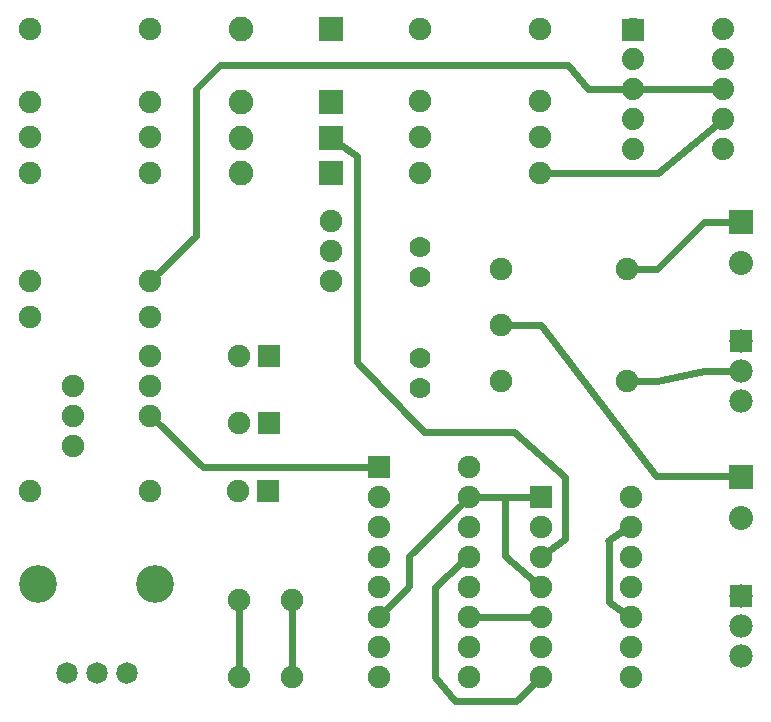
<source format=gbl>
G04 MADE WITH FRITZING*
G04 WWW.FRITZING.ORG*
G04 DOUBLE SIDED*
G04 HOLES PLATED*
G04 CONTOUR ON CENTER OF CONTOUR VECTOR*
%ASAXBY*%
%FSLAX23Y23*%
%MOIN*%
%OFA0B0*%
%SFA1.0B1.0*%
%ADD10C,0.075000*%
%ADD11C,0.082000*%
%ADD12C,0.075118*%
%ADD13C,0.080000*%
%ADD14C,0.074803*%
%ADD15C,0.074000*%
%ADD16C,0.078000*%
%ADD17C,0.071889*%
%ADD18C,0.071917*%
%ADD19C,0.124033*%
%ADD20C,0.070000*%
%ADD21C,0.125984*%
%ADD22R,0.082000X0.082000*%
%ADD23R,0.080000X0.080000*%
%ADD24R,0.075000X0.075000*%
%ADD25R,0.074000X0.074000*%
%ADD26R,0.078000X0.078000*%
%ADD27C,0.024000*%
%ADD28R,0.001000X0.001000*%
%LNCOPPER0*%
G90*
G70*
G54D10*
X537Y1513D03*
X137Y1513D03*
X137Y1393D03*
X537Y1393D03*
X137Y813D03*
X537Y813D03*
X138Y1873D03*
X538Y1873D03*
X138Y1993D03*
X538Y1993D03*
X138Y2112D03*
X538Y2112D03*
X137Y2353D03*
X537Y2353D03*
G54D11*
X1140Y1992D03*
X842Y1992D03*
X1140Y2111D03*
X842Y2111D03*
G54D12*
X2129Y1555D03*
X1708Y1555D03*
X1708Y1181D03*
X2129Y1181D03*
G54D13*
X2508Y862D03*
X2508Y725D03*
G54D14*
X1708Y1368D03*
G54D10*
X1840Y796D03*
X2140Y796D03*
X1840Y696D03*
X2140Y696D03*
X1840Y596D03*
X2140Y596D03*
X1840Y496D03*
X2140Y496D03*
X1840Y396D03*
X2140Y396D03*
X1840Y296D03*
X2140Y296D03*
X1840Y196D03*
X2140Y196D03*
X1300Y896D03*
X1600Y896D03*
X1300Y796D03*
X1600Y796D03*
X1300Y696D03*
X1600Y696D03*
X1300Y596D03*
X1600Y596D03*
X1300Y496D03*
X1600Y496D03*
X1300Y396D03*
X1600Y396D03*
X1300Y296D03*
X1600Y296D03*
X1300Y196D03*
X1600Y196D03*
G54D13*
X2508Y1712D03*
X2508Y1574D03*
G54D10*
X1011Y452D03*
X1011Y196D03*
X834Y452D03*
X834Y196D03*
G54D15*
X2147Y2353D03*
X2147Y2253D03*
X2147Y2153D03*
X2147Y2053D03*
X2147Y1954D03*
X2447Y1954D03*
X2447Y2053D03*
X2447Y2153D03*
X2447Y2253D03*
X2448Y2353D03*
X2147Y2353D03*
X2147Y2253D03*
X2147Y2153D03*
X2147Y2053D03*
X2147Y1954D03*
X2447Y1954D03*
X2447Y2053D03*
X2447Y2153D03*
X2447Y2253D03*
X2448Y2353D03*
G54D10*
X1437Y2353D03*
X1837Y2353D03*
X1437Y2113D03*
X1837Y2113D03*
X1838Y1993D03*
X1438Y1993D03*
X1838Y1873D03*
X1438Y1873D03*
G54D16*
X2508Y465D03*
X2508Y365D03*
X2508Y265D03*
G54D17*
X260Y209D03*
X360Y209D03*
G54D18*
X460Y209D03*
G54D19*
X166Y504D03*
X555Y504D03*
G54D11*
X1140Y2354D03*
X842Y2354D03*
G54D10*
X281Y1166D03*
X281Y1066D03*
X281Y966D03*
X1141Y1713D03*
X1141Y1613D03*
X1141Y1513D03*
X539Y1066D03*
X539Y1166D03*
X539Y1266D03*
G54D20*
X1438Y1159D03*
X1438Y1259D03*
X1438Y1629D03*
X1438Y1529D03*
G54D10*
X934Y1266D03*
X834Y1266D03*
X934Y1040D03*
X834Y1040D03*
X933Y814D03*
X833Y814D03*
G54D11*
X1140Y1873D03*
X842Y1873D03*
G54D16*
X2508Y1316D03*
X2508Y1216D03*
X2508Y1116D03*
G54D21*
X166Y503D03*
X556Y503D03*
G54D22*
X1141Y1992D03*
X1141Y2111D03*
G54D23*
X2508Y862D03*
G54D24*
X1840Y796D03*
X1300Y896D03*
G54D23*
X2508Y1712D03*
G54D25*
X2148Y2352D03*
G54D26*
X2508Y465D03*
G54D22*
X1141Y2354D03*
G54D24*
X934Y1266D03*
X934Y1040D03*
X933Y814D03*
G54D22*
X1141Y1873D03*
G54D26*
X2508Y1316D03*
G54D27*
X834Y225D02*
X834Y423D01*
D02*
X1011Y423D02*
X1011Y225D01*
D02*
X2178Y2153D02*
X2416Y2153D01*
D02*
X1402Y597D02*
X1402Y497D01*
D02*
X1402Y497D02*
X1320Y416D01*
D02*
X1580Y776D02*
X1402Y597D01*
D02*
X560Y1046D02*
X716Y896D01*
D02*
X716Y896D02*
X1271Y896D01*
D02*
X1841Y1368D02*
X1747Y1368D01*
D02*
X2226Y863D02*
X1841Y1368D01*
D02*
X2477Y863D02*
X2226Y863D01*
D02*
X2069Y647D02*
X2069Y445D01*
D02*
X2069Y445D02*
X2116Y412D01*
D02*
X1811Y796D02*
X1628Y796D01*
D02*
X1721Y796D02*
X1721Y597D01*
D02*
X1721Y597D02*
X1818Y515D01*
D02*
X1811Y796D02*
X1721Y796D01*
D02*
X1554Y114D02*
X1757Y114D01*
D02*
X1757Y114D02*
X1820Y176D01*
D02*
X1487Y195D02*
X1554Y114D01*
D02*
X1487Y494D02*
X1487Y195D01*
D02*
X1579Y577D02*
X1487Y494D01*
D02*
X2416Y2153D02*
X2178Y2153D01*
D02*
X2384Y1712D02*
X2228Y1555D01*
D02*
X2228Y1555D02*
X2168Y1555D01*
D02*
X2477Y1712D02*
X2384Y1712D01*
D02*
X2384Y1216D02*
X2478Y1216D01*
D02*
X2229Y1181D02*
X2384Y1216D01*
D02*
X2168Y1181D02*
X2229Y1181D01*
D02*
X1811Y396D02*
X1628Y396D01*
D02*
X1922Y861D02*
X1922Y653D01*
D02*
X1750Y1011D02*
X1922Y861D01*
D02*
X1450Y1011D02*
X1750Y1011D01*
D02*
X1227Y1243D02*
X1450Y1011D01*
D02*
X1227Y1932D02*
X1227Y1243D01*
D02*
X1922Y653D02*
X1864Y613D01*
D02*
X1166Y1974D02*
X1227Y1932D01*
D02*
X2232Y1873D02*
X2424Y2033D01*
D02*
X1866Y1873D02*
X2232Y1873D01*
D02*
X1930Y2234D02*
X771Y2234D01*
D02*
X771Y2234D02*
X692Y2153D01*
D02*
X1998Y2153D02*
X1930Y2234D01*
D02*
X2116Y2153D02*
X1998Y2153D01*
D02*
X692Y1666D02*
X558Y1533D01*
D02*
X692Y2153D02*
X692Y1666D01*
G54D28*
X2136Y709D02*
X2143Y709D01*
X2134Y708D02*
X2145Y708D01*
X2132Y707D02*
X2146Y707D01*
X2131Y706D02*
X2147Y706D01*
X2129Y705D02*
X2148Y705D01*
X2128Y704D02*
X2149Y704D01*
X2126Y703D02*
X2149Y703D01*
X2125Y702D02*
X2150Y702D01*
X2124Y701D02*
X2150Y701D01*
X2122Y700D02*
X2150Y700D01*
X2121Y699D02*
X2151Y699D01*
X2119Y698D02*
X2151Y698D01*
X2118Y697D02*
X2151Y697D01*
X2116Y696D02*
X2151Y696D01*
X2115Y695D02*
X2150Y695D01*
X2113Y694D02*
X2150Y694D01*
X2112Y693D02*
X2150Y693D01*
X2111Y692D02*
X2149Y692D01*
X2109Y691D02*
X2149Y691D01*
X2108Y690D02*
X2148Y690D01*
X2106Y689D02*
X2147Y689D01*
X2105Y688D02*
X2146Y688D01*
X2103Y687D02*
X2144Y687D01*
X2102Y686D02*
X2143Y686D01*
X2101Y685D02*
X2142Y685D01*
X2099Y684D02*
X2140Y684D01*
X2098Y683D02*
X2139Y683D01*
X2096Y682D02*
X2137Y682D01*
X2095Y681D02*
X2136Y681D01*
X2093Y680D02*
X2134Y680D01*
X2092Y679D02*
X2133Y679D01*
X2091Y678D02*
X2131Y678D01*
X2089Y677D02*
X2130Y677D01*
X2088Y676D02*
X2129Y676D01*
X2086Y675D02*
X2127Y675D01*
X2085Y674D02*
X2126Y674D01*
X2083Y673D02*
X2124Y673D01*
X2082Y672D02*
X2123Y672D01*
X2081Y671D02*
X2121Y671D01*
X2079Y670D02*
X2120Y670D01*
X2078Y669D02*
X2119Y669D01*
X2076Y668D02*
X2117Y668D01*
X2075Y667D02*
X2116Y667D01*
X2073Y666D02*
X2114Y666D01*
X2072Y665D02*
X2113Y665D01*
X2071Y664D02*
X2111Y664D01*
X2069Y663D02*
X2110Y663D01*
X2068Y662D02*
X2109Y662D01*
X2066Y661D02*
X2107Y661D01*
X2065Y660D02*
X2106Y660D01*
X2063Y659D02*
X2104Y659D01*
X2062Y658D02*
X2103Y658D01*
X2061Y657D02*
X2101Y657D01*
X2060Y656D02*
X2100Y656D01*
X2059Y655D02*
X2099Y655D01*
X2058Y654D02*
X2097Y654D01*
X2058Y653D02*
X2096Y653D01*
X2057Y652D02*
X2094Y652D01*
X2057Y651D02*
X2093Y651D01*
X2057Y650D02*
X2091Y650D01*
X2057Y649D02*
X2090Y649D01*
X2057Y648D02*
X2089Y648D01*
X2057Y647D02*
X2087Y647D01*
X2057Y646D02*
X2086Y646D01*
X2057Y645D02*
X2084Y645D01*
X2057Y644D02*
X2083Y644D01*
X2058Y643D02*
X2081Y643D01*
X2058Y642D02*
X2080Y642D01*
X2059Y641D02*
X2078Y641D01*
X2060Y640D02*
X2077Y640D01*
X2061Y639D02*
X2076Y639D01*
X2062Y638D02*
X2074Y638D01*
X2064Y637D02*
X2072Y637D01*
X2068Y636D02*
X2068Y636D01*
D02*
G04 End of Copper0*
M02*
</source>
